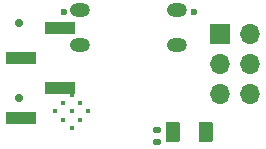
<source format=gbs>
G04 #@! TF.GenerationSoftware,KiCad,Pcbnew,(5.99.0-11526-gd613292b67)*
G04 #@! TF.CreationDate,2021-07-26T19:59:08-04:00*
G04 #@! TF.ProjectId,bias,62696173-2e6b-4696-9361-645f70636258,rev?*
G04 #@! TF.SameCoordinates,Original*
G04 #@! TF.FileFunction,Soldermask,Bot*
G04 #@! TF.FilePolarity,Negative*
%FSLAX46Y46*%
G04 Gerber Fmt 4.6, Leading zero omitted, Abs format (unit mm)*
G04 Created by KiCad (PCBNEW (5.99.0-11526-gd613292b67)) date 2021-07-26 19:59:08*
%MOMM*%
%LPD*%
G01*
G04 APERTURE LIST*
G04 Aperture macros list*
%AMRoundRect*
0 Rectangle with rounded corners*
0 $1 Rounding radius*
0 $2 $3 $4 $5 $6 $7 $8 $9 X,Y pos of 4 corners*
0 Add a 4 corners polygon primitive as box body*
4,1,4,$2,$3,$4,$5,$6,$7,$8,$9,$2,$3,0*
0 Add four circle primitives for the rounded corners*
1,1,$1+$1,$2,$3*
1,1,$1+$1,$4,$5*
1,1,$1+$1,$6,$7*
1,1,$1+$1,$8,$9*
0 Add four rect primitives between the rounded corners*
20,1,$1+$1,$2,$3,$4,$5,0*
20,1,$1+$1,$4,$5,$6,$7,0*
20,1,$1+$1,$6,$7,$8,$9,0*
20,1,$1+$1,$8,$9,$2,$3,0*%
G04 Aperture macros list end*
%ADD10C,0.704800*%
%ADD11C,0.400000*%
%ADD12C,0.600000*%
%ADD13O,1.700000X1.200000*%
%ADD14R,1.700000X1.700000*%
%ADD15O,1.700000X1.700000*%
%ADD16RoundRect,0.147500X-0.172500X0.147500X-0.172500X-0.147500X0.172500X-0.147500X0.172500X0.147500X0*%
%ADD17RoundRect,0.250000X0.375000X0.625000X-0.375000X0.625000X-0.375000X-0.625000X0.375000X-0.625000X0*%
%ADD18R,2.510000X1.000000*%
G04 APERTURE END LIST*
D10*
X190359200Y-97255400D03*
X190359200Y-103605400D03*
D11*
X194822334Y-104767087D03*
X194822334Y-103352874D03*
X196236548Y-104767087D03*
X195529441Y-104059981D03*
X193408121Y-104767087D03*
X194115228Y-104059981D03*
X195529441Y-105474194D03*
X194115228Y-105474194D03*
X194822334Y-106181301D03*
D12*
X194159240Y-96372680D03*
X205159240Y-96372680D03*
D13*
X195559240Y-99142680D03*
X195559240Y-96202680D03*
X203759239Y-99142680D03*
X203759239Y-96202680D03*
D14*
X207391000Y-98260000D03*
D15*
X209931000Y-98260000D03*
X207391000Y-100800000D03*
X209931000Y-100800000D03*
X207391000Y-103340000D03*
X209931000Y-103340000D03*
D16*
X202050000Y-106390000D03*
X202050000Y-107360000D03*
D17*
X206200000Y-106525000D03*
X203400000Y-106525000D03*
D18*
X193855000Y-97715000D03*
X190545000Y-100255000D03*
X193855000Y-102795000D03*
X190545000Y-105335000D03*
M02*

</source>
